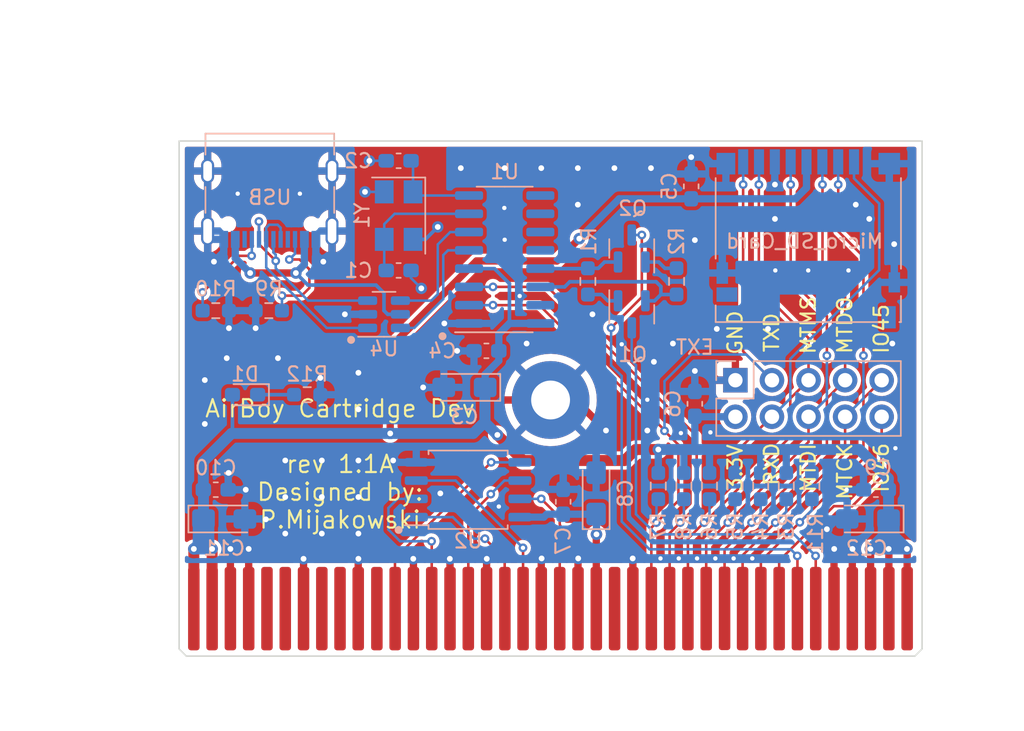
<source format=kicad_pcb>
(kicad_pcb (version 20211014) (generator pcbnew)
  (layers (0 "F.Cu" signal) (31 "B.Cu" signal) (34 "B.Paste" user) (35 "F.Paste" user) (36 "B.SilkS" user "B.Silkscreen") (37 "F.SilkS" user "F.Silkscreen") (38 "B.Mask" user) (39 "F.Mask" user) (44 "Edge.Cuts" user))
  (net 0 "")
  (net 1 "Net-(C1-Pad1)")
  (net 2 "GND")
  (net 3 "Net-(C2-Pad1)")
  (net 4 "+3.3V")
  (net 5 "/VDD_SPI")
  (net 6 "Net-(D1-Pad1)")
  (net 7 "/USB_PWR")
  (net 8 "Net-(J1-PadA5)")
  (net 9 "/D+")
  (net 10 "/D-")
  (net 12 "Net-(J1-PadB5)")
  (net 14 "/RXD")
  (net 15 "/MTMS")
  (net 16 "/MTDI")
  (net 17 "/MTDO")
  (net 18 "/MTCK")
  (net 19 "/TXD")
  (net 22 "/GPIO45")
  (net 23 "/GPIO46")
  (net 29 "/SPID")
  (net 30 "/SPIQ")
  (net 31 "/SPICLK")
  (net 32 "/SPICS")
  (net 33 "/SPIWP")
  (net 34 "/SPIHD")
  (net 36 "/GPIO0")
  (net 37 "/RST")
  (net 38 "Net-(Q1-Pad1)")
  (net 39 "/~{RTS}")
  (net 40 "Net-(Q2-Pad1)")
  (net 41 "/~{DTR}")
  (net 42 "/D+ OUT")
  (net 43 "/D- OUT")
  (footprint "Cartridge:Connector" (layer "F.Cu") (at 150 118.1)
    (fp_text reference "J4" hide)
    (fp_text value "edge")
  )
  (footprint "Capacitor_Tantalum_SMD:CP_EIA-3216-18_Kemet-A_Pad1.58x1.35mm_HandSolder" (layer "B.Cu") (at 153.162 110.49 90)
    (fp_text reference "C8")
    (fp_text value "10u")
  )
  (footprint "Connector_USB:USB_C_Receptacle_Palconn_UTC16-G" (layer "B.Cu") (at 130.5 90.325)
    (fp_text reference "J1" hide)
    (fp_text value "USB")
  )
  (footprint "Package_TO_SOT_SMD:SOT-23" (layer "B.Cu") (at 155.636 98.044 -90)
    (fp_text reference "Q1")
    (fp_text value "S8050")
  )
  (footprint "Capacitor_SMD:C_0603_1608Metric_Pad1.08x0.95mm_HandSolder" (layer "B.Cu") (at 139.446 87.376 180)
    (fp_text reference "C2")
    (fp_text value "22p")
  )
  (footprint "Crystal:Crystal_SMD_5032-4Pin_5.0x3.2mm" (layer "B.Cu") (at 139.446 91.186 -90)
    (fp_text reference "Y1")
    (fp_text value "12MHz")
  )
  (footprint "Resistor_SMD:R_0603_1608Metric_Pad0.98x0.95mm_HandSolder" (layer "B.Cu") (at 168.148 109.982 90)
    (fp_text reference "R11")
    (fp_text value "10k")
  )
  (footprint "Resistor_SMD:R_0603_1608Metric_Pad0.98x0.95mm_HandSolder" (layer "B.Cu") (at 130.429 97.79)
    (fp_text reference "R9")
    (fp_text value "5.11k")
  )
  (footprint "Resistor_SMD:R_0603_1608Metric_Pad0.98x0.95mm_HandSolder" (layer "B.Cu") (at 157.48 109.982 90)
    (fp_text reference "R7")
    (fp_text value "10k")
  )
  (footprint "Capacitor_SMD:C_0603_1608Metric_Pad1.08x0.95mm_HandSolder" (layer "B.Cu") (at 139.446 94.996)
    (fp_text reference "C1")
    (fp_text value "22p")
  )
  (footprint "Package_SO:SOP-8_5.28x5.23mm_P1.27mm" (layer "B.Cu") (at 144.272 110.236)
    (fp_text reference "U2")
    (fp_text value "GD25Q64C")
  )
  (footprint "Capacitor_Tantalum_SMD:CP_EIA-3216-18_Kemet-A_Pad1.58x1.35mm_HandSolder" (layer "B.Cu") (at 144.018 103.124 180)
    (fp_text reference "C3")
    (fp_text value "10u")
  )
  (footprint "Connector_PinHeader_2.54mm:PinHeader_2x05_P2.54mm_Vertical" (layer "B.Cu") (at 162.835 102.625 -90)
    (fp_text reference "J3" hide)
    (fp_text value "EXT")
  )
  (footprint "Resistor_SMD:R_0603_1608Metric_Pad0.98x0.95mm_HandSolder" (layer "B.Cu") (at 166.37 109.982 90)
    (fp_text reference "R3")
    (fp_text value "10k")
  )
  (footprint "Connector_Card:microSD_HC_Hirose_DM3D-SF" (layer "B.Cu") (at 167.9 92.8)
    (fp_text reference "J2" hide)
    (fp_text value "Micro_SD_Card")
  )
  (footprint "Resistor_SMD:R_0603_1608Metric_Pad0.98x0.95mm_HandSolder" (layer "B.Cu") (at 161.036 109.982 90)
    (fp_text reference "R6")
    (fp_text value "10k")
  )
  (footprint "MountingHole:MountingHole_2.7mm_M2.5_Pad" (layer "B.Cu") (at 150 104 180)
    (fp_text reference "H1" hide)
    (fp_text value "m2.5")
  )
  (footprint "Capacitor_SMD:C_0603_1608Metric_Pad1.08x0.95mm_HandSolder" (layer "B.Cu") (at 172.593 110.236)
    (fp_text reference "C9")
    (fp_text value "100n")
  )
  (footprint "Package_TO_SOT_SMD:SOT-23-6" (layer "B.Cu") (at 138.43 98.044)
    (fp_text reference "U4")
    (fp_text value "USBLC6-2SC6")
  )
  (footprint "Capacitor_SMD:C_0603_1608Metric_Pad1.08x0.95mm_HandSolder" (layer "B.Cu") (at 126.746 110.236 180)
    (fp_text reference "C10")
    (fp_text value "100n")
  )
  (footprint "Capacitor_SMD:C_0603_1608Metric_Pad1.08x0.95mm_HandSolder" (layer "B.Cu") (at 160.02 104.267 90)
    (fp_text reference "C6")
    (fp_text value "100n")
  )
  (footprint "Resistor_SMD:R_0603_1608Metric_Pad0.98x0.95mm_HandSolder" (layer "B.Cu") (at 126.746 97.79 180)
    (fp_text reference "R10")
    (fp_text value "5.11k")
  )
  (footprint "Package_SO:SOIC-16_3.9x9.9mm_P1.27mm" (layer "B.Cu") (at 146.812 94.234)
    (fp_text reference "U1")
    (fp_text value "CH340G")
  )
  (footprint "Capacitor_SMD:C_0603_1608Metric_Pad1.08x0.95mm_HandSolder" (layer "B.Cu") (at 145.542 100.584 180)
    (fp_text reference "C4")
    (fp_text value "100n")
  )
  (footprint "Capacitor_Tantalum_SMD:CP_EIA-3216-18_Kemet-A_Pad1.58x1.35mm_HandSolder" (layer "B.Cu") (at 172.0342 112.268 180)
    (fp_text reference "C12")
    (fp_text value "10u")
  )
  (footprint "Capacitor_Tantalum_SMD:CP_EIA-3216-18_Kemet-A_Pad1.58x1.35mm_HandSolder" (layer "B.Cu") (at 127.3302 112.268)
    (fp_text reference "C11")
    (fp_text value "10u")
  )
  (footprint "Resistor_SMD:R_0603_1608Metric_Pad0.98x0.95mm_HandSolder" (layer "B.Cu") (at 159.258 109.982 90)
    (fp_text reference "R8")
    (fp_text value "10k")
  )
  (footprint "Resistor_SMD:R_0603_1608Metric_Pad0.98x0.95mm_HandSolder" (layer "B.Cu") (at 158.75 95.758 -90)
    (fp_text reference "R2")
    (fp_text value "10k")
  )
  (footprint "Package_TO_SOT_SMD:SOT-23" (layer "B.Cu") (at 155.636 93.472 90)
    (fp_text reference "Q2")
    (fp_text value "S8050")
  )
  (footprint "Resistor_SMD:R_0603_1608Metric_Pad0.98x0.95mm_HandSolder" (layer "B.Cu") (at 133.096 103.632 180)
    (fp_text reference "R12")
    (fp_text value "1k")
  )
  (footprint "Capacitor_SMD:C_0603_1608Metric_Pad1.08x0.95mm_HandSolder" (layer "B.Cu") (at 150.876 111.0742 90)
    (fp_text reference "C7")
    (fp_text value "100n")
  )
  (footprint "Resistor_SMD:R_0603_1608Metric_Pad0.98x0.95mm_HandSolder" (layer "B.Cu") (at 152.588 95.758 -90)
    (fp_text reference "R1")
    (fp_text value "10k")
  )
  (footprint "Capacitor_SMD:C_0603_1608Metric_Pad1.08x0.95mm_HandSolder" (layer "B.Cu") (at 159.766 89.154 90)
    (fp_text reference "C5")
    (fp_text value "100n")
  )
  (footprint "Resistor_SMD:R_0603_1608Metric_Pad0.98x0.95mm_HandSolder" (layer "B.Cu") (at 164.592 109.982 90)
    (fp_text reference "R4")
    (fp_text value "10k")
  )
  (footprint "LED_SMD:LED_0603_1608Metric_Pad1.05x0.95mm_HandSolder" (layer "B.Cu") (at 128.778 103.632 180)
    (fp_text reference "D1")
    (fp_text value "LED")
  )
  (footprint "Resistor_SMD:R_0603_1608Metric_Pad0.98x0.95mm_HandSolder" (layer "B.Cu") (at 162.814 109.982 90)
    (fp_text reference "R5")
    (fp_text value "10k")
  )
  (gr_circle (center 139.446 113.03) (end 139.646 113.03) (layer "B.SilkS") (width 0.15) (fill solid))
  (gr_circle (center 142.494 99.568) (end 142.694 99.568) (layer "B.SilkS") (width 0.15) (fill solid))
  (gr_circle (center 136.144 99.822) (end 136.344 99.822) (layer "B.SilkS") (width 0.15) (fill solid))
  (gr_line (start 124.2 86) (end 124.2 121.3) (layer "Edge.Cuts") (width 0.1))
  (gr_line (start 175.8 86) (end 175.8 121.3) (layer "Edge.Cuts") (width 0.1))
  (gr_line (start 124.2 86) (end 175.8 86) (layer "Edge.Cuts") (width 0.1))
  (gr_line (start 124.7 121.8) (end 175.3 121.8) (layer "Edge.Cuts") (width 0.1))
  (gr_line (start 175.3 121.8) (end 175.8 121.3) (layer "Edge.Cuts") (width 0.1))
  (gr_line (start 124.2 121.3) (end 124.7 121.8) (layer "Edge.Cuts") (width 0.1))
  (gr_text "IO45" (at 172.974 99.06 90) (layer "F.SilkS") (effects (font (size 1 1))))
  (gr_text "TXD\n" (at 165.354 99.314 90) (layer "F.SilkS") (effects (font (size 1 1))))
  (gr_text "AirBoy Cartridge Dev\n\nrev 1.1A\nDesigned by:\nP.Mijakowski" (at 135.382 108.458) (layer "F.SilkS") (effects (font (size 1.2 1.2))))
  (gr_text "RXD" (at 165.354 108.458 90) (layer "F.SilkS") (effects (font (size 1 1))))
  (gr_text "MTMS" (at 167.894 98.806 90) (layer "F.SilkS") (effects (font (size 1 1))))
  (gr_text "MTDI" (at 167.894 108.712 90) (layer "F.SilkS") (effects (font (size 1 1))))
  (gr_text "3.3V" (at 162.814 108.712 90) (layer "F.SilkS") (effects (font (size 1 1))))
  (gr_text "MTDO" (at 170.434 98.806 90) (layer "F.SilkS") (effects (font (size 1 1))))
  (gr_text "IO46" (at 172.974 108.712 90) (layer "F.SilkS") (effects (font (size 1 1))))
  (gr_text "MTCK" (at 170.434 108.966 90) (layer "F.SilkS") (effects (font (size 1 1))))
  (gr_text "GND" (at 162.814 99.314 90) (layer "F.SilkS") (effects (font (size 1 1))))
  (segment (start 138.446 92.836) (end 138.446 91.7796) (width 0.1778) (layer "B.Cu") (net 1))
  (segment (start 139.1666 91.059) (end 144.337 91.059) (width 0.1778) (layer "B.Cu") (net 1))
  (segment (start 138.446 91.7796) (end 139.1666 91.059) (width 0.1778) (layer "B.Cu") (net 1))
  (segment (start 138.446 94.8585) (end 138.5835 94.996) (width 0.1778) (layer "B.Cu") (net 1))
  (segment (start 138.446 92.836) (end 138.446 94.8585) (width 0.1778) (layer "B.Cu") (net 1))
  (segment (start 143.015 115.0496) (end 143.015 118.6) (width 0.508) (layer "F.Cu") (net 2))
  (segment (start 173.863 93.1444) (end 172.1332 91.4146) (width 0.508) (layer "F.Cu") (net 2))
  (segment (start 127.762142 118.6) (end 127.762142 114.350942) (width 0.508) (layer "F.Cu") (net 2))
  (segment (start 143.002 115.0366) (end 143.015 115.0496) (width 0.508) (layer "F.Cu") (net 2))
  (segment (start 131.572 109.5502) (end 132.842 108.2802) (width 0.508) (layer "F.Cu") (net 2))
  (segment (start 160.909 101.981) (end 160.02 101.981) (width 0.508) (layer "F.Cu") (net 2))
  (segment (start 131.0386 112.2934) (end 131.572 111.76) (width 0.508) (layer "F.Cu") (net 2))
  (segment (start 126.1872 93.9546) (end 126.1872 92.2622) (width 0.508) (layer "F.Cu") (net 2))
  (segment (start 140.475 115.0496) (end 140.475 118.6) (width 0.508) (layer "F.Cu") (net 2))
  (segment (start 126.1872 92.2622) (end 126.18 92.255) (width 0.508) (layer "F.Cu") (net 2))
  (segment (start 127.6604 99.0092) (end 129.5146 99.0092) (width 0.508) (layer "F.Cu") (net 2))
  (segment (start 142.621 99.695) (end 143.51 100.584) (width 0.508) (layer "F.Cu") (net 2))
  (segment (start 134.2136 94.8436) (end 134.2136 94.3864) (width 0.508) (layer "F.Cu") (net 2))
  (segment (start 132.3594 99.0092) (end 129.5146 99.0092) (width 0.508) (layer "F.Cu") (net 2))
  (segment (start 138.4554 87.376) (end 140.1572 89.0778) (width 0.508) (layer "F.Cu") (net 2))
  (segment (start 137.414 87.376) (end 138.4554 87.376) (width 0.508) (layer "F.Cu") (net 2))
  (segment (start 135.7122 98.044) (end 133.3246 98.044) (width 0.508) (layer "F.Cu") (net 2))
  (segment (start 134.8232 93.7768) (end 134.8232 92.2582) (width 0.508) (layer "F.Cu") (net 2))
  (segment (start 136.639284 115.049316) (end 136.639284 118.6) (width 0.508) (layer "F.Cu") (net 2))
  (segment (start 139.7508 89.535) (end 137.1092 89.535) (width 0.508) (layer "F.Cu") (net 2))
  (segment (start 134.8232 92.2582) (end 134.82 92.255) (width 0.508) (layer "F.Cu") (net 2))
  (segment (start 169.6974 114.3508) (end 169.685 114.3632) (width 0.508) (layer "F.Cu") (net 2))
  (segment (start 169.6974 114.3508) (end 170.9674 114.3508) (width 0.508) (layer "F.Cu") (net 2))
  (segment (start 126.18 88.085) (end 134.82 88.085) (width 0.508) (layer "F.Cu") (net 2))
  (segment (start 141.1478 106.1212) (end 141.1478 104.6734) (width 0.508) (layer "F.Cu") (net 2))
  (segment (start 136.1059 96.7359) (end 134.2136 94.8436) (width 0.508) (layer "F.Cu") (net 2))
  (segment (start 157.1752 101.346) (end 157.8102 101.981) (width 0.508) (layer "F.Cu") (net 2))
  (segment (start 140.1572 89.1286) (end 140.1572 89.0778) (width 0.508) (layer "F.Cu") (net 2))
  (segment (start 169.685 114.3632) (end 169.685 118.6) (width 0.508) (layer "F.Cu") (net 2))
  (segment (start 153.8478 106.1212) (end 156.718 106.1212) (width 0.508) (layer "F.Cu") (net 2))
  (segment (start 145.5674 115.0366) (end 145.555 115.049) (width 0.508) (layer "F.Cu") (net 2))
  (segment (start 129.032142 114.350942) (end 129.032 114.3508) (width 0.508) (layer "F.Cu") (net 2))
  (segment (start 150 104) (end 151.7266 104) (width 0.508) (layer "F.Cu") (net 2))
  (segment (start 155.956 100.1268) (end 157.1752 101.346) (width 0.508) (layer "F.Cu") (net 2))
  (segment (start 154.94 100.1268) (end 155.956 100.1268) (width 0.508) (layer "F.Cu") (net 2))
  (segment (start 133.3246 98.044) (end 132.3594 99.0092) (width 0.508) (layer "F.Cu") (net 2))
  (segment (start 169.6974 114.3508) (end 169.1894 113.8428) (width 0.508) (layer "F.Cu") (net 2))
  (segment (start 127.6604 109.0676) (end 128.8288 110.236) (width 0.508) (layer "F.Cu") (net 2))
  (segment (start 173.863 93.1672) (end 175.0314 94.3356) (width 0.508) (layer "F.Cu") (net 2))
  (segment (start 139.7508 89.535) (end 140.1572 89.1286) (width 0.508) (layer "F.Cu") (net 2))
  (segment (start 141.1478 102.9462) (end 143.51 100.584) (width 0.508) (layer "F.Cu") (net 2))
  (segment (start 134.82 92.255) (end 134.82 88.085) (width 0.508) (layer "F.Cu") (net 2))
  (segment (start 141.1478 103.124) (end 141.1478 102.9462) (width 0.508) (layer "F.Cu") (net 2))
  (segment (start 172.339 112.9792) (end 169.1894 112.9792) (width 0.508) (layer "F.Cu") (net 2))
  (segment (start 142.3416 108.4072) (end 142.4178 108.331) (width 0.508) (layer "F.Cu") (net 2))
  (segment (start 132.842 108.2802) (end 132.842 103.632) (width 0.508) (layer "F.Cu") (net 2))
  (segment (start 161.553 102.625) (end 160.909 101.981) (width 0.508) (layer "F.Cu") (net 2))
  (segment (start 141.1478 104.6734) (end 141.1478 103.124) (width 0.508) (layer "F.Cu") (net 2))
  (segment (start 142.621 98.679) (end 142.621 99.695) (width 0.508) (layer "F.Cu") (net 2))
  (segment (start 126.18 88.085) (end 126.18 92.255) (width 0.508) (layer "F.Cu") (net 2))
  (segment (start 131.572 110.744) (end 131.572 109.5502) (width 0.508) (layer "F.Cu") (net 2))
  (segment (start 149.3774 115.0112) (end 149.352142 115.036458) (width 0.508) (layer "F.Cu") (net 2))
  (segment (start 132.842142 115.036742) (end 132.842142 118.6) (width 0.508) (layer "F.Cu") (net 2))
  (segment (start 170.955 114.3632) (end 170.955 118.6) (width 0.508) (layer "F.Cu") (net 2))
  (segment (start 151.7266 104) (end 153.8478 106.1212) (width 0.508) (layer "F.Cu") (net 2))
  (segment (start 135.7122 97.1296) (end 136.1059 96.7359) (width 0.508) (layer "F.Cu") (net 2))
  (segment (start 140.1572 89.0778) (end 142.1638 91.0844) (width 0.508) (layer "F.Cu") (net 2))
  (segment (start 151.9174 115.0112) (end 151.905 115.0236) (width 0.508) (layer "F.Cu") (net 2))
  (segment (start 139.065 108.204) (end 136.652 108.204) (width 0.508) (layer "F.Cu") (net 2))
  (segment (start 126.619 94.3864) (end 126.1872 93.9546) (width 0.508) (layer "F.Cu") (net 2))
  (segment (start 140.462 115.0366) (end 140.475 115.0496) (width 0.508) (layer "F.Cu") (net 2))
  (segment (start 141.0208 96.2406) (end 142.1638 95.0976) (width 0.508) (layer "F.Cu") (net 2))
  (segment (start 134.82 88.085) (end 136.705 88.085) (width 0.508) (layer "F.Cu") (net 2))
  (segment (start 129.032142 118.6) (end 129.032142 114.350942) (width 0.508) (layer "F.Cu") (net 2))
  (segment (start 146.7488 104) (end 144.8308 105.918) (width 0.508) (layer "F.Cu") (net 2))
  (segment (start 139.065 108.204) (end 141.1478 106.1212) (width 0.508) (layer "F.Cu") (net 2))
  (segment (start 162.835 102.625) (end 161.553 102.625) (width 0.508) (layer "F.Cu") (net 2))
  (segment (start 134.0104 102.4636) (end 134.0104 100.6602) (width 0.508) (layer "F.Cu") (net 2))
  (segment (start 127.762142 114.350942) (end 127.762 114.3508) (width 0.508) (layer "F.Cu") (net 2))
  (segment (start 155.715 115.0242) (end 155.715 118.6) (width 0.508) (layer "F.Cu") (net 2))
  (segment (start 149.352142 115.036458) (end 149.352142 118.6) (width 0.508) (layer "F.Cu") (net 2))
  (segment (start 136.6012 96.2406) (end 141.0208 96.2406) (width 0.508) (layer "F.Cu") (net 2))
  (segment (start 151.905 115.0236) (end 151.905 118.6) (width 0.508) (layer "F.Cu") (net 2))
  (segment (start 144.8308 105.918) (end 142.4178 108.331) (width 0.508) (layer "F.Cu") (net 2))
  (segment (start 157.8102 101.981) (end 160.02 101.981) (width 0.508) (layer "F.Cu") (net 2))
  (segment (start 136.705 88.085) (end 137.414 87.376) (width 0.508) (layer "F.Cu") (net 2))
  (segment (start 142.3416 110.49) (end 142.3416 108.4072) (width 0.508) (layer "F.Cu") (net 2))
  (segment (start 150 104) (end 146.7488 104) (width 0.508) (layer "F.Cu") (net 2))
  (segment (start 173.863 93.1672) (end 173.863 93.1444) (width 0.508) (layer "F.Cu") (net 2))
  (segment (start 132.842 115.0366) (end 132.842142 115.036742) (width 0.508) (layer "F.Cu") (net 2))
  (segment (start 155.702 115.0112) (end 155.715 115.0242) (width 0.508) (layer "F.Cu") (net 2))
  (segment (start 142.1638 95.0976) (end 142.1638 91.9734) (width 0.508) (layer "F.Cu") (net 2))
  (segment (start 134.112 108.204) (end 136.652 108.204) (width 0.508) (layer "F.Cu") (net 2))
  (segment (start 170.9674 114.3508) (end 170.955 114.3632) (width 0.508) (layer "F.Cu") (net 2))
  (segment (start 132.9182 108.204) (end 132.842 108.2802) (width 0.508) (layer "F.Cu") (net 2))
  (segment (start 143.5862 104.6734) (end 141.1478 104.6734) (width 0.508) (layer "F.Cu") (net 2))
  (segment (start 144.8308 105.918) (end 143.5862 104.6734) (width 0.508) (layer "F.Cu") (net 2))
  (segment (start 129.54 112.2934) (end 128.8288 111.5822) (width 0.508) (layer "F.Cu") (net 2))
  (segment (start 142.1638 91.0844) (end 142.1638 91.9734) (width 0.508) (layer "F.Cu") (net 2))
  (segment (start 128.8288 111.5822) (end 128.8288 110.236) (width 0.508) (layer "F.Cu") (net 2))
  (segment (start 130.2258 112.2934) (end 129.54 112.2934) (width 0.508) (layer "F.Cu") (net 2))
  (segment (start 130.2258 112.2934) (end 131.0386 112.2934) (width 0.508) (layer "F.Cu") (net 2))
  (segment (start 132.842 103.632) (end 134.0104 102.4636) (width 0.508) (layer "F.Cu") (net 2))
  (segment (start 165.5826 89.027) (end 165.5826 91.4146) (width 0.508) (layer "F.Cu") (net 2))
  (segment (start 145.555 118.5) (end 145.555 115.049) (width 0.508) (layer "F.Cu") (net 2))
  (segment (start 169.1894 113.8428) (end 169.1894 112.9792) (width 0.508) (layer "F.Cu") (net 2))
  (segment (start 131.572 111.76) (end 131.572 110.744) (width 0.508) (layer "F.Cu") (net 2))
  (segment (start 175.0314 110.2868) (end 172.339 112.9792) (width 0.508) (layer "F.Cu") (net 2))
  (segment (start 134.2136 94.3864) (end 134.8232 93.7768) (width 0.508) (layer "F.Cu") (net 2))
  (segment (start 134.112 108.204) (end 132.9182 108.204) (width 0.508) (layer "F.Cu") (net 2))
  (segment (start 160.02 101.981) (end 160.02 92.8878) (width 0.508) (layer "F.Cu") (net 2))
  (segment (start 136.1059 96.7359) (end 136.6012 96.2406) (width 0.508) (layer "F.Cu") (net 2))
  (segment (start 127.635 109.0676) (end 127.6604 109.0676) (width 0.508) (layer "F.Cu") (net 2))
  (segment (start 160.02 87.376) (end 160.02 92.8878) (width 0.508) (layer "F.Cu") (net 2))
  (segment (start 175.0314 94.3356) (end 175.0314 110.2868) (width 0.508) (layer "F.Cu") (net 2))
  (segment (start 134.0104 100.6602) (end 132.3594 99.0092) (width 0.508) (layer "F.Cu") (net 2))
  (segment (start 159.766 87.122) (end 160.02 87.376) (width 0.508) (layer "F.Cu") (net 2))
  (segment (start 136.652 115.0366) (end 136.639284 115.049316) (width 0.508) (layer "F.Cu") (net 2))
  (segment (start 135.7122 98.044) (end 135.7122 97.1296) (width 0.508) (layer "F.Cu") (net 2))
  (via (at 131.572 113.284) (size 0.8) (drill 0.4) (layers "F.Cu" "B.Cu") (net 2))
  (via (at 149.352 87.884) (size 0.8) (drill 0.4) (layers "F.Cu" "B.Cu") (net 2))
  (via (at 156.972 87.884) (size 0.8) (drill 0.4) (layers "F.Cu" "B.Cu") (net 2))
  (via (at 137.1092 89.535) (size 0.8) (drill 0.4) (layers "F.Cu" "B.Cu") (net 2))
  (via (at 146.812 87.884) (size 0.8) (drill 0.4) (layers "F.Cu" "B.Cu") (net 2))
  (via (at 156.718 103.982) (size 0.6) (drill 0.3) (layers "F.Cu" "B.Cu") (net 2))
  (via (at 127.6604 99.0092) (size 0.8) (drill 0.4) (layers "F.Cu" "B.Cu") (net 2))
  (via (at 164.0078 115.0112) (size 0.6) (drill 0.3) (layers "F.Cu" "B.Cu") (net 2))
  (via (at 129.032 114.3508) (size 0.8) (drill 0.4) (layers "F.Cu" "B.Cu") (net 2))
  (via (at 128.27 89.662) (size 0.6) (drill 0.3) (layers "F.Cu" "B.Cu") (net 2))
  (via (at 153.8478 106.1212) (size 0.8) (drill 0.4) (layers "F.Cu" "B.Cu") (net 2))
  (via (at 157.1752 101.346) (size 0.8) (drill 0.4) (layers "F.Cu" "B.Cu") (net 2))
  (via (at 161.4424 115.0112) (size 0.6) (drill 0.3) (layers "F.Cu" "B.Cu") (net 2))
  (via (at 143.764 87.884) (size 0.8) (drill 0.4) (layers "F.Cu" "B.Cu") (net 2))
  (via (at 127.762 114.3508) (size 0.8) (drill 0.4) (layers "F.Cu" "B.Cu") (net 2))
  (via (at 154.432 87.884) (size 0.8) (drill 0.4) (layers "F.Cu" "B.Cu") (net 2))
  (via (at 170.9674 114.3508) (size 0.8) (drill 0.4) (layers "F.Cu" "B.Cu") (net 2))
  (via (at 169.1894 112.9792) (size 0.8) (drill 0.4) (layers "F.Cu" "B.Cu") (net 2))
  (via (at 170.688 94.996) (size 0.6) (drill 0.3) (layers "F.Cu" "B.Cu") (net 2))
  (via (at 141.0208 96.2406) (size 0.8) (drill 0.4) (layers "F.Cu" "B.Cu") (net 2))
  (via (at 148.336 100.076) (size 0.8) (drill 0.4) (layers "F.Cu" "B.Cu") (net 2))
  (via (at 165.608 94.996) (size 0.6) (drill 0.3) (layers "F.Cu" "B.Cu") (net 2))
  (via (at 131.572 110.744) (size 0.8) (drill 0.4) (layers "F.Cu" "B.Cu") (net 2))
  (via (at 137.414 87.376) (size 0.8) (drill 0.4) (layers "F.Cu" "B.Cu") (net 2))
  (via (at 151.9174 115.0112) (size 0.8) (drill 0.4) (layers "F.Cu" "B.Cu") (net 2))
  (via (at 142.621 98.679) (size 0.8) (drill 0.4) (layers "F.Cu" "B.Cu") (net 2))
  (via (at 172.1332 91.4146) (size 0.8) (drill 0.4) (layers "F.Cu" "B.Cu") (net 2))
  (via (at 160.02 101.981) (size 0.8) (drill 0.4) (layers "F.Cu" "B.Cu") (net 2))
  (via (at 151.892 87.884) (size 0.8) (drill 0.4) (layers "F.Cu" "B.Cu") (net 2))
  (via (at 127.635 109.0676) (size 0.8) (drill 0.4) (layers "F.Cu" "B.Cu") (net 2))
  (via (at 160.02 92.8878) (size 0.8) (drill 0.4) (layers "F.Cu" "B.Cu") (net 2))
  (via (at 134.112 113.284) (size 0.8) (drill 0.4) (layers "F.Cu" "B.Cu") (net 2))
  (via (at 134.0104 102.4636) (size 0.8) (drill 0.4) (layers "F.Cu" "B.Cu") (net 2))
  (via (at 134.2136 94.3864) (size 0.8) (drill 0.4) (layers "F.Cu" "B.Cu") (net 2))
  (via (at 173.95 107.35) (size 0.6) (drill 0.3) (layers "F.Cu" "B.Cu") (net 2))
  (via (at 165.5826 89.027) (size 0.8) (drill 0.4) (layers "F.Cu" "B.Cu") (net 2))
  (via (at 159.05 106.3) (size 0.6) (drill 0.3) (layers "F.Cu" "B.Cu") (net 2))
  (via (at 170.561 110.236) (size 0.6) (drill 0.3) (layers "F.Cu" "B.Cu") (net 2))
  (via (at 161.1 106.25) (size 0.6) (drill 0.3) (layers "F.Cu" "B.Cu") (net 2))
  (via (at 160.1724 115.0112) (size 0.6) (drill 0.3) (layers "F.Cu" "B.Cu") (net 2))
  (via (at 151.892 90.424) (size 0.8) (drill 0.4) (layers "F.Cu" "B.Cu") (net 2))
  (via (at 125.984 102.616) (size 0.8) (drill 0.4) (layers "F.Cu" "B.Cu") (net 2))
  (via (at 131.572 108.204) (size 0.8) (drill 0.4) (layers "F.Cu" "B.Cu") (net 2))
  (via (at 149.3774 115.0112) (size 0.8) (drill 0.4) (layers "F.Cu" "B.Cu") (net 2))
  (via (at 154.94 100.1268) (size 0.6) (drill 0.3) (layers "F.Cu" "B.Cu") (net 2))
  (via (at 143.51 100.584) (size 0.8) (drill 0.4) (layers "F.Cu" "B.Cu") (net 2))
  (via (at 134.112 108.204) (size 0.8) (drill 0.4) (layers "F.Cu" "B.Cu") (net 2))
  (via (at 125.984 105.664) (size 0.8) (drill 0.4) (layers "F.Cu" "B.Cu") (net 2))
  (via (at 136.652 102.108) (size 0.8) (drill 0.4) (layers "F.Cu" "B.Cu") (net 2))
  (via (at 136.652 108.204) (size 0.8) (drill 0.4) (layers "F.Cu" "B.Cu") (net 2))
  (via (at 136.652 110.744) (size 0.8) (drill 0.4) (layers "F.Cu" "B.Cu") (net 2))
  (via (at 157.6324 115.0112) (size 0.6) (drill 0.3) (layers "F.Cu" "B.Cu") (net 2))
  (via (at 131.064 101.092) (size 0.8) (drill 0.4) (layers "F.Cu" "B.Cu") (net 2))
  (via (at 136.652 104.648) (size 0.8) (drill 0.4) (layers "F.Cu" "B.Cu") (net 2))
  (via (at 135.7122 98.044) (size 0.8) (drill 0.4) (layers "F.Cu" "B.Cu") (net 2))
  (via (at 146.812 92.8624) (size 0.6) (drill 0.3) (layers "F.Cu" "B.Cu") (net 2))
  (via (at 140.462 115.0366) (size 0.8) (drill 0.4) (layers "F.Cu" "B.Cu") (net 2))
  (via (at 158.496 100.076) (size 0.8) (drill 0.4) (layers "F.Cu" "B.Cu") (net 2))
  (via (at 142.1638 91.9734) (size 0.8) (drill 0.4) (layers "F.Cu" "B.Cu") (net 2))
  (via (at 142.3416 110.49) (size 0.8) (drill 0.4) (layers "F.Cu" "B.Cu") (net 2))
  (via (at 136.652 113.284) (size 0.8) (drill 0.4) (layers "F.Cu" "B.Cu") (net 2))
  (via (at 169.6974 114.3508) (size 0.8) (drill 0.4) (layers "F.Cu" "B.Cu") (net 2))
  (via (at 162.7124 115.0112) (size 0.6) (drill 0.3) (layers "F.Cu" "B.Cu") (net 2))
  (via (at 130.2258 112.2934) (size 0.8) (drill 0.4) (layers "F.Cu" "B.Cu") (net 2))
  (via (at 158.9024 115.0112) (size 0.6) (drill 0.3) (layers "F.Cu" "B.Cu") (net 2))
  (via (at 147.8534 96.774) (size 0.6) (drill 0.3) (layers "F.Cu" "B.Cu") (net 2))
  (via (at 165.5826 91.4146) (size 0.8) (drill 0.4) (layers "F.Cu" "B.Cu") (net 2))
  (via (at 145.5674 115.0366) (size 0.8) (drill 0.4) (layers "F.Cu" "B.Cu") (net 2))
  (via (at 173.736 100.076) (size 0.8) (drill 0.4) (layers "F.Cu" "B.Cu") (net 2))
  (via (at 159.766 87.122) (size 0.8) (drill 0.4) (layers "F.Cu" "B.Cu") (net 2))
  (via (at 156.718 106.1212) (size 0.8) (drill 0.4) (layers "F.Cu" "B.Cu") (net 2))
  (via (at 139.065 108.204) (size 0.8) (drill 0.4) (layers "F.Cu" "B.Cu") (net 2))
  (via (at 161.544 99.06) (size 0.8) (drill 0.4) (layers "F.Cu" "B.Cu") (net 2))
  (via (at 129.5146 99.0092) (size 0.8) (drill 0.4) (layers "F.Cu" "B.Cu") (net 2))
  (via (at 143.002 115.0366) (size 0.8) (drill 0.4) (layers "F.Cu" "B.Cu") (net 2))
  (via (at 127.508 101.092) (size 0.8) (drill 0.4) (layers "F.Cu" "B.Cu") (net 2))
  (via (at 173.863 93.1672) (size 0.8) (drill 0.4) (layers "F.Cu" "B.Cu") (net 2))
  (via (at 134.112 110.744) (size 0.8) (drill 0.4) (layers "F.Cu" "B.Cu") (net 2))
  (via (at 126.619 94.3864) (size 0.8) (drill 0.4) (layers "F.Cu" "B.Cu") (net 2))
  (via (at 136.652 115.0366) (size 0.8) (drill 0.4) (layers "F.Cu" "B.Cu") (net 2))
  (via (at 132.842 115.0366) (size 0.8) (drill 0.4) (layers "F.Cu" "B.Cu") (net 2))
  (via (at 167.894 94.996) (size 0.6) (drill 0.3) (layers "F.Cu" "B.Cu") (net 2))
  (via (at 165.1 99.06) (size 0.8) (drill 0.4) (layers "F.Cu" "B.Cu") (net 2))
  (via (at 155.702 115.0112) (size 0.8) (drill 0.4) (layers "F.Cu" "B.Cu") (net 2))
  (via (at 152.908 98.044) (size 0.8) (drill 0.4) (layers "F.Cu" "B.Cu") (net 2))
  (via (at 128.8288 110.236) (size 0.8) (drill 0.4) (layers "F.Cu" "B.Cu") (net 2))
  (via (at 132.588 89.662) (size 0.6) (drill 0.3) (layers "F.Cu" "B.Cu") (net 2))
  (via (at 171.196 90.424) (size 0.8) (drill 0.4) (layers "F.Cu" "B.Cu") (net 2))
  (via (at 146.7866 90.6526) (size 0.6) (drill 0.3) (layers "F.Cu" "B.Cu") (net 2))
  (via (at 141.1478 103.124) (size 0.8) (drill 0.4) (layers "F.Cu" "B.Cu") (net 2))
  (via (at 146.4056 111.4044) (size 0.6) (drill 0.3) (layers "F.Cu" "B.Cu") (net 2))
  (segment (start 133.7 93.8728) (end 134.2136 94.3864) (width 0.508) (layer "B.Cu") (net 2))
  (segment (start 134.0085 103.632) (end 134.0085 102.4655) (width 0.254) (layer "B.Cu") (net 2))
  (segment (start 170.5967 112.268) (end 170.5967 113.4515) (width 0.508) (layer "B.Cu") (net 2))
  (segment (start 160.02 92.8878) (end 161.4932 91.4146) (width 0.508) (layer "B.Cu") (net 2))
  (segment (start 173.863 90.5256) (end 173.525 90.1876) (width 0.508) (layer "B.Cu") (net 2))
  (segment (start 156.718 101.8032) (end 157.1752 101.346) (width 0.508) (layer "B.Cu") (net 2))
  (segment (start 127.6085 110.236) (end 128.8288 110.236) (width 0.508) (layer "B.Cu") (net 2))
  (segment (start 131.2672 115.0366) (end 130.5814 114.3508) (width 0.508) (layer "B.Cu") (net 2))
  (segment (start 141.3012 92.836) (end 142.1638 91.9734) (width 0.254) (layer "B.Cu") (net 2))
  (segment (start 160.02 103.4045) (end 160.02 101.981) (width 0.508) (layer "B.Cu") (net 2))
  (segment (start 128.7677 113.6039) (end 128.7677 112.268) (width 0.508) (layer "B.Cu") (net 2))
  (segment (start 140.462 115.0366) (end 143.002 115.0366) (width 0.508) (layer "B.Cu") (net 2))
  (segment (start 127.6085 109.0941) (end 127.635 109.0676) (width 0.508) (layer "B.Cu") (net 2))
  (segment (start 127.6585 97.79) (end 127.6585 99.0073) (width 0.254) (layer "B.Cu") (net 2))
  (segment (start 170.5967 113.4515) (end 169.6974 114.3508) (width 0.508) (layer "B.Cu") (net 2))
  (segment (start 150.876 108.5342) (end 151.9174 107.4928) (width 0.508) (layer "B.Cu") (net 2))
  (segment (start 161.925 95.175) (end 161.925 91.44) (width 0.508) (layer "B.Cu") (net 2))
  (segment (start 127.762 114.3508) (end 129.032 114.3508) (width 0.508) (layer "B.Cu") (net 2))
  (segment (start 170.5967 113.9801) (end 170.9674 114.3508) (width 0.508) (layer "B.Cu") (net 2))
  (segment (start 173.875 93.1792) (end 173.875 95.825) (width 0.508) (layer "B.Cu") (net 2))
  (segment (start 156.718 106.1212) (end 156.718 103.982) (width 0.508) (layer "B.Cu") (net 2))
  (segment (start 127.6085 110.236) (end 127.6085 109.0941) (width 0.508) (layer "B.Cu") (net 2))
  (segment (start 142.5805 103.124) (end 141.1478 103.124) (width 0.508) (layer "B.Cu") (net 2))
  (segment (start 138.5835 87.376) (end 137.414 87.376) (width 0.1778) (layer "B.Cu") (net 2))
  (segment (start 129.032 114.3508) (end 129.032 113.8682) (width 0.508) (layer "B.Cu") (net 2))
  (segment (start 161.925 91.44) (end 161.8996 91.4146) (width 0.508) (layer "B.Cu") (net 2))
  (segment (start 155.702 115.0112) (end 157.6324 115.0112) (width 0.508) (layer "B.Cu") (net 2))
  (segment (start 140.446 92.836) (end 141.3012 92.836) (width 0.254) (layer "B.Cu") (net 2))
  (segment (start 140.3085 95.5283) (end 141.0208 96.2406) (width 0.1778) (layer "B.Cu") (net 2))
  (segment (start 140.3085 94.996) (end 140.3085 95.5283) (width 0.1778) (layer "B.Cu") (net 2))
  (segment (start 132.842 115.0366) (end 136.652 115.0366) (width 0.508) (layer "B.Cu") (net 2))
  (segment (start 130.5814 114.3508) (end 129.032 114.3508) (width 0.508) (layer "B.Cu") (net 2))
  (segment (start 149.3774 115.0112) (end 149.36 115.0286) (width 0.508) (layer "B.Cu") (net 2))
  (segment (start 173.863 93.1672) (end 173.875 93.1792) (width 0.508) (layer "B.Cu") (net 2))
  (segment (start 161.1842 87.575) (end 160.7312 87.122) (width 0.508) (layer "B.Cu") (net 2))
  (segment (start 137.2925 98.044) (end 135.7122 98.044) (width 0.508) (layer "B.Cu") (net 2))
  (segment (start 173.525 90.1876) (end 173.525 87.575) (width 0.508) (layer "B.Cu") (net 2))
  (segment (start 153.162 106.807) (end 153.8478 106.1212) (width 0.508) (layer "B.Cu") (net 2))
  (segment (start 169.9006 112.268) (end 169.1894 112.9792) (width 0.508) (layer "B.Cu") (net 2))
  (segment (start 172.1332 91.4146) (end 165.5826 91.4146) (width 0.508) (layer "B.Cu") (net 2))
  (segment (start 133.7 92.835) (end 133.7 93.8728) (width 0.508) (layer "B.Cu") (net 2))
  (segment (start 161.8996 91.4146) (end 165.5826 91.4146) (width 0.508) (layer "B.Cu") (net 2))
  (segment (start 165.575 89.0194) (end 165.5826 89.027) (width 0.508) (layer "B.Cu") (net 2))
  (segment (start 158.9024 115.0112) (end 157.6324 115.0112) (width 0.508) (layer "B.Cu") (net 2))
  (segment (start 139.065 108.204) (end 139.192 108.331) (width 0.508) (layer "B.Cu") (net 2))
  (segment (start 151.9174 115.0112) (end 149.3774 115.0112) (width 0.508) (layer "B.Cu") (net 2))
  (segment (start 151.9174 107.4928) (end 153.162 107.4928) (width 0.508) (layer "B.Cu") (net 2))
  (segment (start 144.337 98.679) (end 142.621 98.679) (width 0.508) (layer "B.Cu") (net 2))
  (segment (start 161.4424 115.0112) (end 160.1724 115.0112) (width 0.508) (layer "B.Cu") (net 2))
  (segment (start 161.4932 91.4146) (end 161.8996 91.4146) (width 0.508) (layer "B.Cu") (net 2))
  (segment (start 144.6795 100.584) (end 143.51 100.584) (width 0.508) (layer "B.Cu") (net 2))
  (segment (start 159.766 88.2915) (end 159.766 87.122) (width 0.508) (layer "B.Cu") (net 2))
  (segment (start 164.0078 115.0112) (end 163.0934 115.0112) (width 0.508) (layer "B.Cu") (net 2))
  (segment (start 134.0085 102.4655) (end 134.0104 102.4636) (width 0.254) (layer "B.Cu") (net 2))
  (segment (start 156.718 103.982) (end 156.718 101.8032) (width 0.508) (layer "B.Cu") (net 2))
  (segment (start 171.7305 110.236) (end 170.561 110.236) (width 0.508) (layer "B.Cu") (net 2))
  (segment (start 129.032 113.8682) (end 128.7677 113.6039) (width 0.508) (layer "B.Cu") (net 2))
  (segment (start 128.7677 112.268) (end 130.2004 112.268) (width 0.508) (layer "B.Cu") (net 2))
  (segment (start 139.192 108.331) (end 140.672 108.331) (width 0.508) (layer "B.Cu") (net 2))
  (segment (start 129.5165 99.0073) (end 129.5146 99.0092) (width 0.254) (layer "B.Cu") (net 2))
  (segment (start 153.162 107.4928) (end 153.162 106.807) (width 0.508) (layer "B.Cu") (net 2))
  (segment (start 137.1102 89.536) (end 137.1092 89.535) (width 0.1778) (layer "B.Cu") (net 2))
  (segment (start 127.3 93.7054) (end 126.619 94.3864) (width 0.508) (layer "B.Cu") (net 2))
  (segment (start 149.36 115.0286) (end 145.5754 115.0286) (width 0.508) (layer "B.Cu") (net 2))
  (segment (start 153.162 109.0525) (end 153.162 107.4928) (width 0.508) (layer "B.Cu") (net 2))
  (segment (start 143.002 115.0366) (end 145.5674 115.0366) (width 0.508) (layer "B.Cu") (net 2))
  (segment (start 136.652 115.0366) (end 140.462 115.0366) (width 0.508) (layer "B.Cu") (net 2))
  (segment (start 138.446 89.536) (end 137.1102 89.536) (width 0.1778) (layer "B.Cu") (net 2))
  (segment (start 161.4424 115.0112) (end 163.0934 115.0112) (width 0.508) (layer "B.Cu") (net 2))
  (segment (start 170.5967 112.268) (end 170.5967 113.9801) (width 0.508) (layer "B.Cu") (net 2))
  (segment (start 163.0934 115.0112) (end 162.7124 115.0112) (width 0.508) (layer "B.Cu") (net 2))
  (segment (start 160.1724 115.0112) (end 158.9024 115.0112) (width 0.508) (layer "B.Cu") (net 2))
  (segment (start 165.575 87.45) (end 165.575 89.0194) (width 0.508) (layer "B.Cu") (net 2))
  (segment (start 150.876 110.2117) (end 150.876 108.5342) (width 0.508) (layer "B.Cu") (net 2))
  (segment (start 162.175 87.575) (end 161.1842 87.575) (width 0.508) (layer "B.Cu") (net 2))
  (segment (start 155.702 115.0112) (end 151.9174 115.0112) (width 0.508) (layer "B.Cu") (net 2))
  (segment (start 127.6585 99.0073) (end 127.6604 99.0092) (width 0.254) (layer "B.Cu") (net 2))
  (segment (start 129.5165 97.79) (end 129.5165 99.0073) (width 0.254) (layer "B.Cu") (net 2))
  (segment (start 127.3 92.835) (end 127.3 93.7054) (width 0.508) (layer "B.Cu") (net 2))
  (segment (start 130.2004 112.268) (end 130.2258 112.2934) (width 0.508) (layer "B.Cu") (net 2))
  (segment (start 173.863 93.1672) (end 173.863 90.5256) (width 0.508) (layer "B.Cu") (net 2))
  (segment (start 145.5754 115.0286) (end 145.5674 115.0366) (width 0.508) (layer "B.Cu") (net 2))
  (segment (start 170.5967 112.268) (end 169.9006 112.268) (width 0.508) (layer "B.Cu") (net 2))
  (segment (start 160.7312 87.122) (end 159.766 87.122) (width 0.508) (layer "B.Cu") (net 2))
  (segment (start 132.842 115.0366) (end 131.2672 115.0366) (width 0.508) (layer "B.Cu") (net 2))
  (segment (start 140.446 87.5135) (end 140.446 89.536) (width 0.1778) (layer "B.Cu") (net 3))
  (segment (start 140.3085 87.376) (end 140.446 87.5135) (width 0.1778) (layer "B.Cu") (net 3))
  (segment (start 144.337 89.789) (end 140.699 89.789) (width 0.1778) (layer "B.Cu") (net 3))
  (segment (start 140.699 89.789) (end 140.446 89.536) (width 0.1778) (layer "B.Cu") (net 3))
  (segment (start 125.222142 118.6) (end 125.222142 114.350942) (width 0.762) (layer "F.Cu") (net 4))
  (segment (start 155.9052 107.442) (end 155.1432 108.204) (width 0.762) (layer "F.Cu") (net 4))
  (segment (start 155.1432 108.204) (end 148.082 108.204) (width 0.762) (layer "F.Cu") (net 4))
  (segment (start 150.4442 94.3356) (end 144.8562 94.3356) (width 0.508) (layer "F.Cu") (net 4))
  (segment (start 126.492142 118.6) (end 126.492142 114.350942) (width 0.762) (layer "F.Cu") (net 4))
  (segment (start 151.9936 92.7862) (end 150.4442 94.3356) (width 0.508) (layer "F.Cu") (net 4))
  (segment (start 174.765 114.3638) (end 174.752 114.3508) (width 0.508) (layer "F.Cu") (net 4))
  (segment (start 138.8618 100.33) (end 138.8618 106.3244) (width 0.508) (layer "F.Cu") (net 4))
  (segment (start 173.495 118.6) (end 173.495 114.3638) (width 0.508) (layer "F.Cu") (net 4))
  (segment (start 148.082 108.204) (end 146.304 106.426) (width 0.762) (layer "F.Cu") (net 4))
  (segment (start 157.48 107.442) (end 155.9052 107.442) (width 0.762) (layer "F.Cu") (net 4))
  (segment (start 126.492142 114.350942) (end 126.492 114.3508) (width 0.762) (layer "F.Cu") (net 4))
  (segment (start 173.495 114.3638) (end 173.482 114.3508) (width 0.508) (layer "F.Cu") (net 4))
  (segment (start 144.8562 94.3356) (end 138.8618 100.33) (width 0.508) (layer "F.Cu") (net 4))
  (segment (start 174.765 118.6) (end 174.765 114.3638) (width 0.508) (layer "F.Cu") (net 4))
  (segment (start 125.222142 114.350942) (end 125.222 114.3508) (width 0.762) (layer "F.Cu") (net 4))
  (segment (start 172.212 114.3508) (end 172.225 114.3638) (width 0.508) (layer "F.Cu") (net 4))
  (segment (start 172.225 114.3638) (end 172.225 118.6) (width 0.508) (layer "F.Cu") (net 4))
  (via (at 151.9936 92.7862) (size 0.8) (drill 0.4) (layers "F.Cu" "B.Cu") (net 4))
  (via (at 174.752 114.3508) (size 0.8) (drill 0.4) (layers "F.Cu" "B.Cu") (net 4))
  (via (at 146.304 106.426) (size 0.8) (drill 0.4) (layers "F.Cu" "B.Cu") (net 4))
  (via (at 138.8618 106.3244) (size 0.8) (drill 0.4) (layers "F.Cu" "B.Cu") (net 4))
  (via (at 126.492 114.3508) (size 0.8) (drill 0.4) (layers "F.Cu" "B.Cu") (net 4))
  (via (at 125.222 114.3508) (size 0.8) (drill 0.4) (layers "F.Cu" "B.Cu") (net 4))
  (via (at 173.482 114.3508) (size 0.8) (drill 0.4) (layers "F.Cu" "B.Cu") (net 4))
  (via (at 172.212 114.3508) (size 0.8) (drill 0.4) (layers "F.Cu" "B.Cu") (net 4))
  (via (at 157.48 107.442) (size 0.8) (drill 0.4) (layers "F.Cu" "B.Cu") (net 4))
  (segment (start 127.903 106.2596) (end 127.8382 106.3244) (width 0.254) (layer "B.Cu") (net 4))
  (segment (start 172.4671 108.458) (end 173.4555 109.4464) (width 0.762) (layer "B.Cu") (net 4))
  (segment (start 157.48 107.442) (end 157.48 109.0695) (width 0.508) (layer "B.Cu") (net 4))
  (segment (start 174.752 114.3508) (end 173.482 114.3508) (width 0.762) (layer "B.Cu") (net 4))
  (segment (start 145.4555 103.124) (end 145.4555 102.2199) (width 0.508) (layer "B.Cu") (net 4))
  (segment (start 146.4045 99.4167) (end 147.1422 98.679) (width 0.508) (layer "B.Cu") (net 4))
  (segment (start 172.212 114.3508) (end 173.482 114.3508) (width 0.762) (layer "B.Cu") (net 4))
  (segment (start 125.5268 114.046) (end 125.5268 112.6339) (width 0.762) (layer "B.Cu") (net 4))
  (segment (start 161.036 109.0695) (end 161.036 107.5436) (width 0.508) (layer "B.Cu") (net 4))
  (segment (start 145.4404 104.4702) (end 145.4404 105.5624) (width 0.762) (layer "B.Cu") (net 4))
  (segment (start 162.835 105.165) (end 160.0555 105.165) (width 0.508) (layer "B.Cu") (net 4))
  (segment (start 166.497 107.442) (end 168.2242 107.442) (width 0.762) (layer "B.Cu") (net 4))
  (segment (start 125.222 114.3508) (end 125.5268 114.046) (width 0.762) (layer "B.Cu") (net 4))
  (segment (start 171.45 107.442) (end 172.466 108.458) (width 0.762) (layer "B.Cu") (net 4))
  (segment (start 172.466 108.458) (end 172.4671 108.458) (width 0.762) (layer "B.Cu") (net 4))
  (segment (start 145.4404 104.4702) (end 145.4404 105.5116) (width 0.762) (layer "B.Cu") (net 4))
  (segment (start 126.2634 114.1222) (end 126.2634 112.6387) (width 0.762) (layer "B.Cu") (net 4))
  (segment (start 173.4717 112.268) (end 173.4717 114.3405) (width 0.762) (layer "B.Cu") (net 4))
  (segment (start 127.8382 106.3244) (end 125.8835 108.2791) (width 0.762) (layer "B.Cu") (net 4))
  (segment (start 160.02 105.1295) (end 160.02 107.442) (width 0.508) (layer "B.Cu") (net 4))
  (segment (start 127.903 103.632) (end 127.903 106.2596) (width 0.254) (layer "B.Cu") (net 4))
  (segment (start 144.337 94.869) (end 146.1008 94.869) (width 0.254) (layer "B.Cu") (net 4))
  (segment (start 145.4404 103.1391) (end 145.4404 104.4702) (width 0.762) (layer "B.Cu") (net 4))
  (segment (start 173.4717 110.2522) (end 173.4555 110.236) (width 0.762) (layer "B.Cu") (net 4))
  (segment (start 167.775 87.45) (end 167.775 89.2476) (width 0.508) (layer "B.Cu") (net 4))
  (segment (start 162.814 107.5436) (end 162.7124 107.442) (width 0.508) (layer "B.Cu") (net 4))
  (segment (start 157.48 107.442) (end 159.258 107.442) (width 0.762) (layer "B.Cu") (net 4))
  (segment (start 159.258 107.442) (end 160.02 107.442) (width 0.762) (layer "B.Cu") (net 4))
  (segment (start 173.863 113.4618) (end 174.752 114.3508) (width 0.762) (layer "B.Cu") (net 4))
  (segment (start 161.036 107.5436) (end 161.1376 107.442) (width 0.508) (layer "B.Cu") (net 4))
  (segment (start 145.4555 103.124) (end 145.4404 103.1391) (width 0.762) (layer "B.Cu") (net 4))
  (segment (start 162.814 109.0695) (end 162.814 107.5436) (width 0.508) (layer "B.Cu") (net 4))
  (segment (start 173.101 113.4618) (end 172.212 114.3508) (width 0.762) (layer "B.Cu") (net 4))
  (segment (start 164.592 107.442) (end 166.497 107.442) (width 0.762) (layer "B.Cu") (net 4))
  (segment (start 167.0061 90.0165) (end 159.766 90.0165) (width 0.508) (layer "B.Cu") (net 4))
  (segment (start 173.4717 114.3405) (end 173.482 114.3508) (width 0.508) (layer "B.Cu") (net 4))
  (segment (start 173.101 112.6387) (end 173.101 113.4618) (width 0.762) (layer "B.Cu") (net 4))
  (segment (start 145.4404 105.5116) (end 144.6276 106.3244) (width 0.762) (layer "B.Cu") (net 4))
  (segment (start 125.8927 110.2452) (end 125.8835 110.236) (width 0.762) (layer "B.Cu") (net 4))
  (segment (start 125.8835 108.2791) (end 125.8835 110.236) (width 0.762) (layer "B.Cu") (net 4))
  (segment (start 154.7633 90.0165) (end 151.9936 92.7862) (width 0.508) (layer "B.Cu") (net 4))
  (segment (start 160.0555 105.165) (end 160.02 105.1295) (width 0.508) (layer "B.Cu") (net 4))
  (segment (start 159.766 90.0165) (end 154.7633 90.0165) (width 0.508) (layer "B.Cu") (net 4))
  (segment (start 138.8618 106.3244) (end 127.8382 106.3244) (width 0.762) (layer "B.Cu") (net 4))
  (segment (start 125.5268 112.6339) (end 125.8927 112.268) (width 0.762) (layer "B.Cu") (net 4))
  (segment (start 147.1422 95.9104) (end 147.1422 98.679) (width 0.254) (layer "B.Cu") (net 4))
  (segment (start 147.1422 98.679) (end 149.287 98.679) (width 0.508) (layer "B.Cu") (net 4))
  (segment (start 146.4045 101.2709) (end 146.4045 100.584) (width 0.508) (layer "B.Cu") (net 4))
  (segment (start 126.2634 112.6387) (end 125.8927 112.268) (width 0.762) (layer "B.Cu") (net 4))
  (segment (start 166.37 107.569) (end 166.497 107.442) (width 0.508) (layer "B.Cu") (net 4))
  (segment (start 168.148 107.5182) (end 168.2242 107.442) (width 0.508) (layer "B.Cu") (net 4))
  (segment (start 145.4404 105.5624) (end 146.304 106.426) (width 0.762) (layer "B.Cu") (net 4))
  (segment (start 168.2242 107.442) (end 171.45 107.442) (width 0.762) (layer "B.Cu") (net 4))
  (segment (start 160.02 107.442) (end 161.1376 107.442) (width 0.762) (layer "B.Cu") (net 4))
  (segment (start 173.4717 112.268) (end 173.863 112.6593) (width 0.762) (layer "B.Cu") (net 4))
  (segment (start 159.258 109.0695) (end 159.258 107.442) (width 0.508) (layer "B.Cu") (net 4))
  (segment (start 164.592 109.0695) (end 164.592 107.442) (width 0.508) (layer "B.Cu") (net 4))
  (segment (start 125.8927 112.268) (end 125.8927 110.2452) (width 0.762) (layer "B.Cu") (net 4))
  (segment (start 144.6276 106.3244) (end 138.8618 106.3244) (width 0.762) (layer "B.Cu") (net 4))
  (segment (start 146.4045 100.584) (end 146.4045 99.4167) (width 0.508) (layer "B.Cu") (net 4))
  (segment (start 146.1008 94.869) (end 147.1422 95.9104) (width 0.254) (layer "B.Cu") (net 4))
  (segment (start 173.863 112.6593) (end 173.863 113.4618) (width 0.762) (layer "B.Cu") (net 4))
  (segment (start 161.1376 107.442) (end 162.7124 107.442) (width 0.762) (layer "B.Cu") (net 4))
  (segment (start 173.4717 112.268) (end 173.101 112.6387) (width 0.762) (layer "B.Cu") (net 4))
  (segment (start 166.37 109.0695) (end 166.37 107.569) (width 0.508) (layer "B.Cu") (net 4))
  (segment (start 126.492 114.3508) (end 126.2634 114.1222) (width 0.762) (layer "B.Cu") (net 4))
  (segment (start 173.4717 112.268) (end 173.4717 110.2522) (width 0.762) (layer "B.Cu") (net 4))
  (segment (start 168.148 109.0695) (end 168.148 107.5182) (width 0.508) (layer "B.Cu") (net 4))
  (segment (start 162.7124 107.442) (end 164.592 107.442) (width 0.762) (layer "B.Cu") (net 4))
  (segment (start 173.4555 109.4464) (end 173.4555 110.236) (width 0.762) (layer "B.Cu") (net 4))
  (segment (start 125.222 114.3508) (end 126.492 114.3508) (width 0.762) (layer "B.Cu") (net 4))
  (segment (start 167.775 89.2476) (end 167.0061 90.0165) (width 0.508) (layer "B.Cu") (net 4))
  (segment (start 145.4555 102.2199) (end 146.4045 101.2709) (width 0.508) (layer "B.Cu") (net 4))
  (segment (start 153.1874 113.3348) (end 153.175 113.3472) (width 0.508) (layer "F.Cu") (net 5))
  (segment (start 153.175 113.3472) (end 153.175 118.6) (width 0.508) (layer "F.Cu") (net 5))
  (via (at 153.1874 113.3348) (size 0.8) (drill 0.4) (layers "F.Cu" "B.Cu") (net 5))
  (segment (start 149.7341 111.9367) (end 149.5298 112.141) (width 0.508) (layer "B.Cu") (net 5))
  (segment (start 149.7341 111.9367) (end 150.876 111.9367) (width 0.508) (layer "B.Cu") (net 5))
  (segment (start 153.1874 113.3348) (end 153.1874 111.9529) (width 0.508) (layer "B.Cu") (net 5))
  (segment (start 153.1874 111.9529) (end 153.162 111.9275) (width 0.508) (layer "B.Cu") (net 5))
  (segment (start 153.1528 111.9367) (end 153.162 111.9275) (width 0.508) (layer "B.Cu") (net 5))
  (segment (start 150.876 111.9367) (end 153.1528 111.9367) (width 0.508) (layer "B.Cu") (net 5))
  (segment (start 149.5298 112.141) (end 147.872 112.141) (width 0.508) (layer "B.Cu") (net 5))
  (segment (start 129.653 103.632) (end 132.1835 103.632) (width 0.254) (layer "B.Cu") (net 6))
  (segment (start 132.3086 95.1738) (end 129.1336 95.1738) (width 0.508) (layer "F.Cu") (net 7))
  (via (at 132.3086 95.1738) (size 0.8) (drill 0.4) (layers "F.Cu" "B.Cu") (net 7))
  (via (at 129.1336 95.1738) (size 0.8) (drill 0.4) (layers "F.Cu" "B.Cu") (net 7))
  (segment (start 132.9 94.5824) (end 132.9 92.835) (width 0.508) (layer "B.Cu") (net 7))
  (segment (start 138.684 98.044) (end 138.43 97.79) (width 0.254) (layer "B.Cu") (net 7))
  (segment (start 138.43 96.5708) (end 137.8712 96.012) (width 0.254) (layer "B.Cu") (net 7))
  (segment (start 132.3086 95.1738) (end 132.9 94.5824) (width 0.508) (layer "B.Cu") (net 7))
  (segment (start 139.5675 98.044) (end 138.684 98.044) (width 0.254) (layer "B.Cu") (net 7))
  (segment (start 137.8712 96.012) (end 133.1468 96.012) (width 0.254) (layer "B.Cu") (net 7))
  (segment (start 129.1336 95.1738) (end 128.1 94.1402) (width 0.508) (layer "B.Cu") (net 7))
  (segment (start 133.1468 96.012) (end 132.3086 95.1738) (width 0.254) (layer "B.Cu") (net 7))
  (segment (start 138.43 97.79) (end 138.43 96.5708) (width 0.254) (layer "B.Cu") (net 7))
  (segment (start 128.1 94.1402) (end 128.1 92.835) (width 0.508) (layer "B.Cu") (net 7))
  (segment (start 128.3716 93.98) (end 125.8316 96.52) (width 0.1778) (layer "F.Cu") (net 8))
  (segment (start 129.2352 93.98) (end 128.3716 93.98) (width 0.1778) (layer "F.Cu") (net 8))
  (via (at 129.2352 93.98) (size 0.6) (drill 0.3) (layers "F.Cu" "B.Cu") (net 8))
  (via (at 125.8316 96.52) (size 0.6) (drill 0.3) (layers "F.Cu" "B.Cu") (net 8))
  (segment (start 125.8335 97.79) (end 125.8335 96.5219) (width 0.1778) (layer "B.Cu") (net 8))
  (segment (start 125.8335 96.5219) (end 125.8316 96.52) (width 0.1778) (layer "B.Cu") (net 8))
  (segment (start 129.2352 93.98) (end 129.25 93.9652) (width 0.1778) (layer "B.Cu") (net 8))
  (segment (start 129.25 93.9652) (end 129.25 92.835) (width 0.1778) (layer "B.Cu") (net 8))
  (segment (start 131.0438 91.821) (end 130.4562 91.821) (width 0.1778) (layer "B.Cu") (net 9))
  (segment (start 131.25 92.0272) (end 131.0438 91.821) (width 0.1778) (layer "B.Cu") (net 9))
  (segment (start 137.2925 98.994) (end 134.4524 98.994) (width 0.1778) (layer "B.Cu") (net 9))
  (segment (start 130.25 94.7916) (end 130.25 92.835) (width 0.1778) (layer "B.Cu") (net 9))
  (segment (start 131.25 92.835) (end 131.25 92.0272) (width 0.1778) (layer "B.Cu") (net 9))
  (segment (start 134.4524 98.994) (end 130.25 94.7916) (width 0.1778) (layer "B.Cu") (net 9))
  (segment (start 130.4562 91.821) (end 130.25 92.0272) (width 0.1778) (layer "B.Cu") (net 9))
  (segment (start 130.25 92.0272) (end 130.25 92.835) (width 0.1778) (layer "B.Cu") (net 9))
  (segment (start 129.7432 93.1672) (end 130.9116 94.3356) (width 0.1778) (layer "F.Cu") (net 10))
  (segment (start 129.7432 91.5924) (end 129.7432 93.1672) (width 0.1778) (layer "F.Cu") (net 10))
  (via (at 130.9116 94.3356) (size 0.6) (drill 0.3) (layers "F.Cu" "B.Cu") (net 10))
  (via (at 129.7432 91.5924) (size 0.6) (drill 0.3) (layers "F.Cu" "B.Cu") (net 10))
  (segment (start 129.7432 91.5924) (end 129.75 91.5992) (width 0.1778) (layer "B.Cu") (net 10))
  (segment (start 130.9116 94.3356) (end 130.9116 93.9038) (width 0.1778) (layer "B.Cu") (net 10))
  (segment (start 130.75 93.7422) (end 130.75 92.835) (width 0.1778) (layer "B.Cu") (net 10))
  (segment (start 130.9116 94.3356) (end 130.9116 94.8436) (width 0.1778) (layer "B.Cu") (net 10))
  (segment (start 129.75 91.5992) (end 129.75 92.835) (width 0.1778) (layer "B.Cu") (net 10))
  (segment (start 130.9116 93.9038) (end 130.75 93.7422) (width 0.1778) (layer "B.Cu") (net 10))
  (segment (start 133.162 97.094) (end 137.2925 97.094) (width 0.1778) (layer "B.Cu") (net 10))
  (segment (start 130.9116 94.8436) (end 133.162 97.094) (width 0.1778) (layer "B.Cu") (net 10))
  (segment (start 133.2484 96.2152) (end 132.715 96.7486) (width 0.1778) (layer "F.Cu") (net 12))
  (segment (start 133.2484 94.9198) (end 133.2484 96.2152) (width 0.1778) (layer "F.Cu") (net 12))
  (segment (start 132.715 96.7486) (end 131.3434 96.7486) (width 0.1778) (layer "F.Cu") (net 12))
  (segment (start 132.5626 94.234) (end 133.2484 94.9198) (width 0.1778) (layer "F.Cu") (net 12))
  (segment (start 131.8514 94.234) (end 132.5626 94.234) (width 0.1778) (layer "F.Cu") (net 12))
  (via (at 131.3434 96.7486) (size 0.6) (drill 0.3) (layers "F.Cu" "B.Cu") (net 12))
  (via (at 131.8514 94.234) (size 0.6) (drill 0.3) (layers "F.Cu" "B.Cu") (net 12))
  (segment (start 132.25 92.835) (end 132.25 93.8354) (width 0.1778) (layer "B.Cu") (net 12))
  (segment (start 131.3415 96.7505) (end 131.3434 96.7486) (width 0.1778) (layer "B.Cu") (net 12))
  (segment (start 132.25 93.8354) (end 131.8514 94.234) (width 0.1778) (layer "B.Cu") (net 12))
  (segment (start 131.3415 97.79) (end 131.3415 96.7505) (width 0.1778) (layer "B.Cu") (net 12))
  (segment (start 160.147 107.442) (end 160.147 106.5022) (width 0.1778) (layer "F.Cu") (net 14))
  (segment (start 165.375 105.165) (end 165.345 105.165) (width 0.1778) (layer "F.Cu") (net 14))
  (segment (start 158.267858 113.258142) (end 158.267858 118.6) (width 0.1778) (layer "F.Cu") (net 14))
  (segment (start 149.7838 96.139) (end 145.9992 96.139) (width 0.1778) (layer "F.Cu") (net 14))
  (segment (start 165.345 105.165) (end 163.068 107.442) (width 0.1778) (layer "F.Cu") (net 14))
  (segment (start 159.004 112.522) (end 160.147 111.379) (width 0.1778) (layer "F.Cu") (net 14))
  (segment (start 163.068 107.442) (end 160.147 107.442) (width 0.1778) (layer "F.Cu") (net 14))
  (segment (start 160.147 106.5022) (end 149.7838 96.139) (width 0.1778) (layer "F.Cu") (net 14))
  (segment (start 159.004 112.522) (end 158.267858 113.258142) (width 0.1778) (layer "F.Cu") (net 14))
  (segment (start 160.147 111.379) (end 160.147 107.442) (width 0.1778) (layer "F.Cu") (net 14))
  (via (at 159.004 112.522) (size 0.6) (drill 0.3) (layers "F.Cu" "B.Cu") (net 14))
  (via (at 145.9992 96.139) (size 0.6) (drill 0.3) (layers "F.Cu" "B.Cu") (net 14))
  (segment (start 159.258 112.268) (end 159.258 110.8945) (width 0.1778) (layer "B.Cu") (net 14))
  (segment (start 171.075 88.6012) (end 171.075 87.45) (width 0.1778) (layer "B.Cu") (net 14))
  (segment (start 172.8216 90.3478) (end 171.075 88.6012) (width 0.1778) (layer "B.Cu") (net 14))
  (segment (start 172.8216 94.9706) (end 172.8216 90.3478) (width 0.1778) (layer "B.Cu") (net 14))
  (segment (start 166.6494 103.8906) (end 166.6494 101.1428) (width 0.1778) (layer "B.Cu") (net 14))
  (segment (start 165.375 105.165) (end 166.6494 103.8906) (width 0.1778) (layer "B.Cu") (net 14))
  (segment (start 159.004 112.522) (end 159.258 112.268) (width 0.1778) (layer "B.Cu") (net 14))
  (segment (start 166.6494 101.1428) (end 172.8216 94.9706) (width 0.1778) (layer "B.Cu") (net 14))
  (segment (start 144.337 96.139) (end 145.9992 96.139) (width 0.1778) (layer "B.Cu") (net 14))
  (segment (start 160.6804 112.522) (end 160.655 112.522) (width 0.1778) (layer "F.Cu") (net 15))
  (segment (start 167.915 102.625) (end 167.915 99.6906) (width 0.1778) (layer "F.Cu") (net 15))
  (segment (start 160.655 112.522) (end 159.537858 113.639142) (width 0.1778) (layer "F.Cu") (net 15))
  (segment (start 159.537858 113.639142) (end 159.537858 118.6) (width 0.1778) (layer "F.Cu") (net 15))
  (segment (start 166.6494 103.8906) (end 166.6494 106.553) (width 0.1778) (layer "F.Cu") (net 15))
  (segment (start 167.915 99.6906) (end 164.465 96.2406) (width 0.1778) (layer "F.Cu") (net 15))
  (segment (start 166.6494 106.553) (end 160.6804 112.522) (width 0.1778) (layer "F.Cu") (net 15))
  (segment (start 167.915 102.625) (end 166.6494 103.8906) (width 0.1778) (layer "F.Cu") (net 15))
  (segment (start 164.465 96.2406) (end 164.465 89.027) (width 0.1778) (layer "F.Cu") (net 15))
  (via (at 160.655 112.522) (size 0.6) (drill 0.3) (layers "F.Cu" "B.Cu") (net 15))
  (via (at 164.465 89.027) (size 0.6) (drill 0.3) (layers "F.Cu" "B.Cu") (net 15))
  (segment (start 164.475 89.017) (end 164.465 89.027) (width 0.1778) (layer "B.Cu") (net 15))
  (segment (start 160.655 112.522) (end 161.036 112.141) (width 0.1778) (layer "B.Cu") (net 15))
  (segment (start 161.036 112.141) (end 161.036 110.8945) (width 0.1778) (layer "B.Cu") (net 15))
  (segment (start 164.475 87.45) (end 164.475 89.017) (width 0.1778) (layer "B.Cu") (net 15))
  (segment (start 166.6748 95.6564) (end 166.6748 89.027) (width 0.1778) (layer "F.Cu") (net 16))
  (segment (start 162.306 112.522) (end 160.807858 114.020142) (width 0.1778) (layer "F.Cu") (net 16))
  (segment (start 169.1894 98.171) (end 166.6748 95.6564) (width 0.1778) (layer "F.Cu") (net 16))
  (segment (start 167.915 106.913) (end 162.306 112.522) (width 0.1778) (layer "F.Cu") (net 16))
  (segment (start 169.1894 100.9142) (end 169.1894 98.171) (width 0.1778) (layer "F.Cu") (net 16))
  (segment (start 167.915 105.165) (end 167.915 106.913) (width 0.1778) (layer "F.Cu") (net 16))
  (segment (start 160.807858 114.020142) (end 160.807858 118.6) (width 0.1778) (layer "F.Cu") (net 16))
  (via (at 169.1894 100.9142) (size 0.6) (drill 0.3) (layers "F.Cu" "B.Cu") (net 16))
  (via (at 166.6748 89.027) (size 0.6) (drill 0.3) (layers "F.Cu" "B.Cu") (net 16))
  (via (at 162.306 112.522) (size 0.6) (drill 0.3) (layers "F.Cu" "B.Cu") (net 16))
  (segment (start 167.915 105.165) (end 169.1894 103.8906) (width 0.1778) (layer "B.Cu") (net 16))
  (segment (start 166.675 87.45) (end 166.675 89.0268) (width 0.1778) (layer "B.Cu") (net 16))
  (segment (start 169.1894 103.8906) (end 169.1894 100.9142) (width 0.1778) (layer "B.Cu") (net 16))
  (segment (start 162.814 112.014) (end 162.814 110.8945) (width 0.1778) (layer "B.Cu") (net 16))
  (segment (start 162.306 112.522) (end 162.814 112.014) (width 0.1778) (layer "B.Cu") (net 16))
  (segment (start 166.675 89.0268) (end 166.6748 89.027) (width 0.1778) (layer "B.Cu") (net 16))
  (segment (start 170.455 102.625) (end 170.455 96.4648) (width 0.1778) (layer "F.Cu") (net 17))
  (segment (start 170.455 96.4648) (end 168.8846 94.8944) (width 0.1778) (layer "F.Cu") (net 17))
  (segment (start 162.083445 114.395555) (end 162.083445 118.584045) (width 0.1778) (layer "F.Cu") (net 17))
  (segment (start 163.957 112.522) (end 162.083445 114.395555) (width 0.1778) (layer "F.Cu") (net 17))
  (segment (start 169.1894 103.8906) (end 170.455 102.625) (width 0.1778) (layer "F.Cu") (net 17))
  (segment (start 169.1894 107.2896) (end 169.1894 103.8906) (width 0.1778) (layer "F.Cu") (net 17))
  (segment (start 163.957 112.522) (end 169.1894 107.2896) (width 0.1778) (layer "F.Cu") (net 17))
  (segment (start 168.8846 94.8944) (end 168.8846 89.027) (width 0.1778) (layer "F.Cu") (net 17))
  (via (at 168.8846 89.027) (size 0.6) (drill 0.3) (layers "F.Cu" "B.Cu") (net 17))
  (via (at 163.957 112.522) (size 0.6) (drill 0.3) (layers "F.Cu" "B.Cu") (net 17))
  (segment (start 164.592 111.887) (end 164.592 110.8945) (width 0.1778) (layer "B.Cu") (net 17))
  (segment (start 163.957 112.522) (end 164.592 111.887) (width 0.1778) (layer "B.Cu") (net 17))
  (segment (start 168.875 87.45) (end 168.875 89.0174) (width 0.1778) (layer "B.Cu") (net 17))
  (segment (start 168.875 89.0174) (end 168.8846 89.027) (width 0.1778) (layer "B.Cu") (net 17))
  (segment (start 171.7294 100.9142) (end 171.7294 94.0308) (width 0.1778) (layer "F.Cu") (net 18))
  (segment (start 170.455 107.6877) (end 170.455 105.165) (width 0.1778) (layer "F.Cu") (net 18))
  (segment (start 169.9768 92.2782) (end 169.9768 89.027) (width 0.1778) (layer "F.Cu") (net 18))
  (segment (start 165.608 112.522) (end 163.335 114.795) (width 0.1778) (layer "F.Cu") (net 18))
  (segment (start 165.6207 112.522) (end 170.455 107.6877) (width 0.1778) (layer "F.Cu") (net 18))
  (segment (start 165.608 112.522) (end 165.6207 112.522) (width 0.1778) (layer "F.Cu") (net 18))
  (segment (start 163.335 114.795) (end 163.335 118.6) (width 0.1778) (layer "F.Cu") (net 18))
  (segment (start 171.7294 94.0308) (end 169.9768 92.2782) (width 0.1778) (layer "F.Cu") (net 18))
  (via (at 169.9768 89.027) (size 0.6) (drill 0.3) (layers "F.Cu" "B.Cu") (net 18))
  (via (at 171.7294 100.9142) (size 0.6) (drill 0.3) (layers "F.Cu" "B.Cu") (net 18))
  (via (at 165.608 112.522) (size 0.6) (drill 0.3) (layers "F.Cu" "B.Cu") (net 18))
  (segment (start 170.455 105.165) (end 171.7294 103.8906) (width 0.1778) (layer "B.Cu") (net 18))
  (segment (start 169.975 87.45) (end 169.975 89.0252) (width 0.1778) (layer "B.Cu") (net 18))
  (segment (start 171.7294 103.8906) (end 171.7294 100.9142) (width 0.1778) (layer "B.Cu") (net 18))
  (segment (start 169.975 89.0252) (end 169.9768 89.027) (width 0.1778) (layer "B.Cu") (net 18))
  (segment (start 165.608 112.522) (end 166.37 111.76) (width 0.1778) (layer "B.Cu") (net 18))
  (segment (start 166.37 111.76) (end 166.37 110.8945) (width 0.1778) (layer "B.Cu") (net 18))
  (segment (start 163.3728 100.6228) (end 165.375 102.625) (width 0.1778) (layer "F.Cu") (net 19))
  (segment (start 158.877 110.998) (end 157.353 112.522) (width 0.1778) (layer "F.Cu") (net 19))
  (segment (start 157.9118 106.0958) (end 149.225 97.409) (width 0.1778) (layer "F.Cu") (net 19))
  (segment (start 149.225 97.409) (end 145.9992 97.409) (width 0.1778) (layer "F.Cu") (net 19))
  (segment (start 157.353 112.522) (end 156.997858 112.877142) (width 0.1778) (layer "F.Cu") (net 19))
  (segment (start 157.9118 106.1466) (end 157.9118 106.0958) (width 0.1778) (layer "F.Cu") (net 19))
  (segment (start 157.9118 106.1466) (end 158.877 107.1118) (width 0.1778) (layer "F.Cu") (net 19))
  (segment (start 156.997858 112.877142) (end 156.997858 118.6) (width 0.1778) (layer "F.Cu") (net 19))
  (segment (start 158.877 107.1118) (end 158.877 110.998) (width 0.1778) (layer "F.Cu") (net 19))
  (segment (start 163.3728 89.027) (end 163.3728 100.6228) (width 0.1778) (layer "F.Cu") (net 19))
  (via (at 157.9118 106.1466) (size 0.6) (drill 0.3) (layers "F.Cu" "B.Cu") (net 19))
  (via (at 145.9992 97.409) (size 0.6) (drill 0.3) (layers "F.Cu" "B.Cu") (net 19))
  (via (at 163.3728 89.027) (size 0.6) (drill 0.3) (layers "F.Cu" "B.Cu") (net 19))
  (via (at 157.353 112.522) (size 0.6) (drill 0.3) (layers "F.Cu" "B.Cu") (net 19))
  (segment (start 157.9118 106.1466) (end 157.9118 102.6922) (width 0.1778) (layer "B.Cu") (net 19))
  (segment (start 157.353 111.0215) (end 157.48 110.8945) (width 0.1778) (layer "B.Cu") (net 19))
  (segment (start 163.375 89.0248) (end 163.3728 89.027) (width 0.1778) (layer "B.Cu") (net 19))
  (segment (start 157.9118 102.6922) (end 159.766 100.838) (width 0.1778) (layer "B.Cu") (net 19))
  (segment (start 159.766 100.838) (end 163.588 100.838) (width 0.1778) (layer "B.Cu") (net 19))
  (segment (start 163.375 87.45) (end 163.375 89.0248) (width 0.1778) (layer "B.Cu") (net 19))
  (segment (start 144.337 97.409) (end 145.9992 97.409) (width 0.1778) (layer "B.Cu") (net 19))
  (segment (start 163.588 100.838) (end 165.375 102.625) (width 0.1778) (layer "B.Cu") (net 19))
  (segment (start 157.353 112.522) (end 157.353 111.0215) (width 0.1778) (layer "B.Cu") (net 19))
  (segment (start 167.3098 112.4966) (end 171.7294 108.077) (width 0.1778) (layer "F.Cu") (net 22))
  (segment (start 171.7294 108.077) (end 171.7294 103.8906) (width 0.1778) (layer "F.Cu") (net 22))
  (segment (start 164.605 115.2014) (end 164.605 118.6) (width 0.1778) (layer "F.Cu") (net 22))
  (segment (start 171.7294 103.8906) (end 172.995 102.625) (width 0.1778) (layer "F.Cu") (net 22))
  (segment (start 167.3098 112.4966) (end 164.605 115.2014) (width 0.1778) (layer "F.Cu") (net 22))
  (via (at 167.3098 112.4966) (size 0.6) (drill 0.3) (layers "F.Cu" "B.Cu") (net 22))
  (segment (start 168.148 111.6584) (end 168.148 110.8945) (width 0.1778) (layer "B.Cu") (net 22))
  (segment (start 167.3098 112.4966) (end 168.148 111.6584) (width 0.1778) (layer "B.Cu") (net 22))
  (segment (start 169.672 111.379) (end 170.942 111.379) (width 0.1778) (layer "F.Cu") (net 23))
  (segment (start 165.875 115.176) (end 169.672 111.379) (width 0.1778) (layer "F.Cu") (net 23))
  (segment (start 170.942 111.379) (end 172.995 109.326) (width 0.1778) (layer "F.Cu") (net 23))
  (segment (start 172.995 109.326) (end 172.995 105.165) (width 0.1778) (layer "F.Cu") (net 23))
  (segment (start 165.875 118.6) (end 165.875 115.176) (width 0.1778) (layer "F.Cu") (net 23))
  (segment (start 139.192 118.487) (end 139.205 118.5) (width 0.1778) (layer "F.Cu") (net 29))
  (segment (start 145.8722 108.331) (end 139.192 115.0112) (width 0.1778) (layer "F.Cu") (net 29))
  (segment (start 139.192 115.0112) (end 139.192 118.487) (width 0.1778) (layer "F.Cu") (net 29))
  (via (at 145.8722 108.331) (size 0.6) (drill 0.3) (layers "F.Cu" "B.Cu") (net 29))
  (segment (start 147.872 108.331) (end 145.8722 108.331) (width 0.1778) (layer "B.Cu") (net 29))
  (segment (start 141.745 113.8304) (end 141.745 118.6) (width 0.1778) (layer "F.Cu") (net 30))
  (segment (start 141.732 113.8174) (end 141.745 113.8304) (width 0.1778) (layer "F.Cu") (net 30))
  (via (at 141.732 113.8174) (size 0.6) (drill 0.3) (layers "F.Cu" "B.Cu") (net 30))
  (segment (start 141.732 113.8174) (end 139.5476 113.8174) (width 0.1778) (layer "B.Cu") (net 30))
  (segment (start 138.7348 113.0046) (end 138.7348 111.506) (width 0.1778) (layer "B.Cu") (net 30))
  (segment (start 139.3698 110.871) (end 140.672 110.871) (width 0.1778) (layer "B.Cu") (net 30))
  (segment (start 139.5476 113.8174) (end 138.7348 113.0046) (width 0.1778) (layer "B.Cu") (net 30))
  (segment (start 138.7348 111.506) (end 139.3698 110.871) (width 0.1778) (layer "B.Cu") (net 30))
  (segment (start 145.8468 110.5662) (end 144.285 112.128) (width 0.1778) (layer "F.Cu") (net 31))
  (segment (start 145.8468 110.5408) (end 145.8468 110.5662) (width 0.1778) (layer "F.Cu") (net 31))
  (segment (start 144.285 112.128) (end 144.285 118.6) (width 0.1778) (layer "F.Cu") (net 31))
  (via (at 145.8468 110.5408) (size 0.6) (drill 0.3) (layers "F.Cu" "B.Cu") (net 31))
  (segment (start 146.7866 109.601) (end 145.8468 110.5408) (width 0.1778) (layer "B.Cu") (net 31))
  (segment (start 147.872 109.601) (end 146.7866 109.601) (width 0.1778) (layer "B.Cu") (net 31))
  (segment (start 145.4404 113.6396) (end 146.812 115.0112) (width 0.1778) (layer "F.Cu") (net 32))
  (segment (start 146.812 115.0112) (end 146.812 118.587) (width 0.1778) (layer "F.Cu") (net 32))
  (via (at 145.4404 113.6396) (size 0.6) (drill 0.3) (layers "F.Cu" "B.Cu") (net 32))
  (segment (start 143.2052 112.141) (end 140.672 112.141) (width 0.1778) (layer "B.Cu") (net 32))
  (segment (start 145.4404 113.6396) (end 144.7038 113.6396) (width 0.1778) (layer "B.Cu") (net 32))
  (segment (start 144.7038 113.6396) (end 143.2052 112.141) (width 0.1778) (layer "B.Cu") (net 32))
  (segment (start 148.088902 114.281502) (end 148.088902 118.6) (width 0.1778) (layer "F.Cu") (net 33))
  (segment (start 148.082 114.2746) (end 148.088902 114.281502) (width 0.1778) (layer "F.Cu") (net 33))
  (via (at 148.082 114.2746) (size 0.6) (drill 0.3) (layers "F.Cu" "B.Cu") (net 33))
  (segment (start 143.4084 109.601) (end 140.672 109.601) (width 0.1778) (layer "B.Cu") (net 33))
  (segment (start 148.082 114.2746) (end 143.4084 109.601) (width 0.1778) (layer "B.Cu") (net 33))
  (segment (start 151.335 112.885) (end 150.935 112.885) (width 0.1778) (layer "F.Cu") (net 34))
  (segment (start 149.935 113.485) (end 150.335 113.485) (width 0.1778) (layer "F.Cu") (net 34))
  (segment (start 150.335 114.085) (end 149.935 114.085) (width 0.1778) (layer "F.Cu") (net 34))
  (segment (start 150.635 118.6) (end 150.635 114.385) (width 0.1778) (layer "F.Cu") (net 34))
  (segment (start 150.635 112.585) (end 150.635 112.154) (width 0.1778) (layer "F.Cu") (net 34))
  (segment (start 150.335 113.485) (end 151.335 113.485) (width 0.1778) (layer "F.Cu") (net 34))
  (segment (start 150.635 112.154) (end 149.352 110.871) (width 0.1778) (layer "F.Cu") (net 34))
  (via (at 149.352 110.871) (size 0.6) (drill 0.3) (layers "F.Cu" "B.Cu") (net 34))
  (arc (start 149.635 113.785) (mid 149.722868 113.572868) (end 149.935 113.485) (width 0.1778) (layer "F.Cu") (net 34))
  (arc (start 150.635 114.385) (mid 150.547132 114.172868) (end 150.335 114.085) (width 0.1778) (layer "F.Cu") (net 34))
  (arc (start 150.935 112.885) (mid 150.722868 112.797132) (end 150.635 112.585) (width 0.1778) (layer "F.Cu") (net 34))
  (arc (start 151.335 113.485) (mid 151.547132 113.397132) (end 151.635 113.185) (width 0.1778) (layer "F.Cu") (net 34))
  (arc (start 151.635 113.185) (mid 151.547132 112.972868) (end 151.335 112.885) (width 0.1778) (layer "F.Cu") (net 34))
  (arc (start 149.935 114.085) (mid 149.722868 113.997132) (end 149.635 113.785) (width 0.1778) (layer "F.Cu") (net 34))
  (segment (start 147.872 110.871) (end 149.352 110.871) (width 0.1778) (layer "B.Cu") (net 34))
  (segment (start 156.337 96.8502) (end 154.2034 98.9838) (width 0.1778) (layer "F.Cu") (net 36))
  (segment (start 167.145 114.8464) (end 167.132 114.8334) (width 0.1778) (layer "F.Cu") (net 36))
  (segment (start 156.337 92.5322) (end 156.337 96.8502) (width 0.1778) (layer "F.Cu") (net 36))
  (segment (start 167.145 118.6) (end 167.145 114.8464) (width 0.1778) (layer "F.Cu") (net 36))
  (via (at 154.2034 98.9838) (size 0.6) (drill 0.3) (layers "F.Cu" "B.Cu") (net 36))
  (via (at 156.337 92.5322) (size 0.6) (drill 0.3) (layers "F.Cu" "B.Cu") (net 36))
  (via (at 167.132 114.8334) (size 0.6) (drill 0.3) (layers "F.Cu" "B.Cu") (net 36))
  (segment (start 154.94 102.3366) (end 154.94 112.4458) (width 0.1778) (layer "B.Cu") (net 36))
  (segment (start 166.6748 114.3762) (end 167.132 114.8334) (width 0.1778) (layer "B.Cu") (net 36))
  (segment (start 156.337 92.5322) (end 155.6383 92.5322) (width 0.1778) (layer "B.Cu") (net 36))
  (segment (start 155.6383 92.5322) (end 155.636 92.5345) (width 0.1778) (layer "B.Cu") (net 36))
  (segment (start 154.2034 101.6) (end 154.94 102.3366) (width 0.1778) (layer "B.Cu") (net 36))
  (segment (start 156.8704 114.3762) (end 166.6748 114.3762) (width 0.1778) (layer "B.Cu") (net 36))
  (segment (start 154.94 112.4458) (end 156.8704 114.3762) (width 0.1778) (layer "B.Cu") (net 36))
  (segment (start 154.2034 98.9838) (end 154.2034 101.6) (width 0.1778) (layer "B.Cu") (net 36))
  (segment (start 168.402 114.8334) (end 168.415 114.8464) (width 0.1778) (layer "F.Cu") (net 37))
  (segment (start 168.415 114.8464) (end 168.415 118.6) (width 0.1778) (layer "F.Cu") (net 37))
  (via (at 168.402 114.8334) (size 0.6) (drill 0.3) (layers "F.Cu" "B.Cu") (net 37))
  (segment (start 166.9034 113.3348) (end 157.3276 113.3348) (width 0.1778) (layer "B.Cu") (net 37))
  (segment (start 155.9306 111.9378) (end 155.9306 101.5746) (width 0.1778) (layer "B.Cu") (net 37))
  (segment (start 157.3276 113.3348) (end 155.9306 111.9378) (width 0.1778) (layer "B.Cu") (net 37))
  (segment (start 155.9306 101.5746) (end 155.636 101.28) (width 0.1778) (layer "B.Cu") (net 37))
  (segment (start 155.636 101.28) (end 155.636 98.9815) (width 0.1778) (layer "B.Cu") (net 37))
  (segment (start 168.402 114.8334) (end 166.9034 113.3348) (width 0.1778) (layer "B.Cu") (net 37))
  (segment (start 153.9771 97.1065) (end 153.5411 96.6705) (width 0.254) (layer "B.Cu") (net 38))
  (segment (start 154.686 97.1065) (end 153.9771 97.1065) (width 0.254) (layer "B.Cu") (net 38))
  (segment (start 153.5411 96.6705) (end 152.588 96.6705) (width 0.254) (layer "B.Cu") (net 38))
  (segment (start 150.9776 96.139) (end 149.287 96.139) (width 0.254) (layer "B.Cu") (net 39))
  (segment (start 157.2237 97.1065) (end 157.6597 96.6705) (width 0.254) (layer "B.Cu") (net 39))
  (segment (start 156.586 97.1065) (end 157.2237 97.1065) (width 0.254) (layer "B.Cu") (net 39))
  (segment (start 157.6597 96.6705) (end 158.75 96.6705) (width 0.254) (layer "B.Cu") (net 39))
  (segment (start 157.3276 95.7834) (end 151.3332 95.7834) (width 0.254) (layer "B.Cu") (net 39))
  (segment (start 151.3332 95.7834) (end 150.9776 96.139) (width 0.254) (layer "B.Cu") (net 39))
  (segment (start 157.6597 96.1155) (end 157.3276 95.7834) (width 0.254) (layer "B.Cu") (net 39))
  (segment (start 157.6597 96.6705) (end 157.6597 96.1155) (width 0.254) (layer "B.Cu") (net 39))
  (segment (start 157.9391 94.8455) (end 157.5031 94.4095) (width 0.254) (layer "B.Cu") (net 40))
  (segment (start 157.5031 94.4095) (end 156.586 94.4095) (width 0.254) (layer "B.Cu") (net 40))
  (segment (start 158.75 94.8455) (end 157.9391 94.8455) (width 0.254) (layer "B.Cu") (net 40))
  (segment (start 152.588 94.8455) (end 153.3125 94.8455) (width 0.254) (layer "B.Cu") (net 41))
  (segment (start 153.7485 94.4095) (end 154.686 94.4095) (width 0.254) (layer "B.Cu") (net 41))
  (segment (start 153.3125 94.8455) (end 153.7485 94.4095) (width 0.254) (layer "B.Cu") (net 41))
  (segment (start 152.5645 94.869) (end 152.588 94.8455) (width 0.254) (layer "B.Cu") (net 41))
  (segment (start 149.287 94.869) (end 152.5645 94.869) (width 0.254) (layer "B.Cu") (net 41))
  (segment (start 142.5448 93.9292) (end 142.875 93.599) (width 0.1778) (layer "B.Cu") (net 42))
  (segment (start 142.5448 96.9772) (end 142.5448 93.9292) (width 0.1778) (layer "B.Cu") (net 42))
  (segment (start 142.875 93.599) (end 144.337 93.599) (width 0.1778) (layer "B.Cu") (net 42))
  (segment (start 139.5675 98.994) (end 140.528 98.994) (width 0.1778) (layer "B.Cu") (net 42))
  (segment (start 140.528 98.994) (end 142.5448 96.9772) (width 0.1778) (layer "B.Cu") (net 42))
  (segment (start 142.167 96.6438) (end 142.167 93.1894) (width 0.1778) (layer "B.Cu") (net 43))
  (segment (start 142.167 93.1894) (end 143.0274 92.329) (width 0.1778) (layer "B.Cu") (net 43))
  (segment (start 143.0274 92.329) (end 144.337 92.329) (width 0.1778) (layer "B.Cu") (net 43))
  (segment (start 141.7168 97.094) (end 142.167 96.6438) (width 0.1778) (layer "B.Cu") (net 43))
  (segment (start 139.5675 97.094) (end 141.7168 97.094) (width 0.1778) (layer "B.Cu") (net 43))
  (zone (net 2) (net_name "GND") (layers F&B.Cu) (connect_pads (clearance 0.254)) (min_thickness 0.254) (fill yes (thermal_gap 0.508) (thermal_bridge_width 0.508))
    (polygon (pts (xy 182.88 127) (xy 111.76 127) (xy 111.76 76.2) (xy 182.88 76.2)))
  )
  (zone (net 0) (net_name "") (layer "B.Cu") (connect_pads (clearance 0)) (min_thickness 0.254)
    (keepout (tracks allowed) (vias allowed) (pads allowed) (copperpour not_allowed) (footprints allowed))
    (fill (thermal_gap 0.508) (thermal_bridge_width 0.508))
    (polygon (pts (xy 142.748 96.774) (xy 136.398 96.774) (xy 136.398 86.36) (xy 142.748 86.36)))
  )
)
</source>
